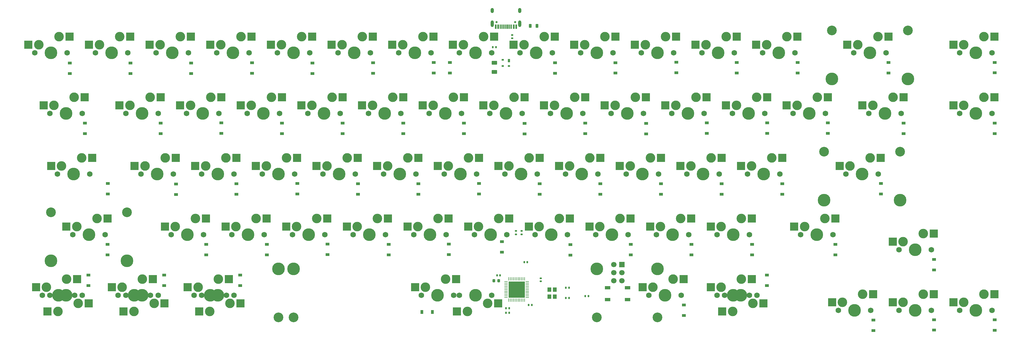
<source format=gbs>
%TF.GenerationSoftware,KiCad,Pcbnew,(6.0.10)*%
%TF.CreationDate,2023-05-22T00:42:52-07:00*%
%TF.ProjectId,LFK2,4c464b32-2e6b-4696-9361-645f70636258,rev?*%
%TF.SameCoordinates,Original*%
%TF.FileFunction,Soldermask,Bot*%
%TF.FilePolarity,Negative*%
%FSLAX46Y46*%
G04 Gerber Fmt 4.6, Leading zero omitted, Abs format (unit mm)*
G04 Created by KiCad (PCBNEW (6.0.10)) date 2023-05-22 00:42:52*
%MOMM*%
%LPD*%
G01*
G04 APERTURE LIST*
G04 Aperture macros list*
%AMRoundRect*
0 Rectangle with rounded corners*
0 $1 Rounding radius*
0 $2 $3 $4 $5 $6 $7 $8 $9 X,Y pos of 4 corners*
0 Add a 4 corners polygon primitive as box body*
4,1,4,$2,$3,$4,$5,$6,$7,$8,$9,$2,$3,0*
0 Add four circle primitives for the rounded corners*
1,1,$1+$1,$2,$3*
1,1,$1+$1,$4,$5*
1,1,$1+$1,$6,$7*
1,1,$1+$1,$8,$9*
0 Add four rect primitives between the rounded corners*
20,1,$1+$1,$2,$3,$4,$5,0*
20,1,$1+$1,$4,$5,$6,$7,0*
20,1,$1+$1,$6,$7,$8,$9,0*
20,1,$1+$1,$8,$9,$2,$3,0*%
G04 Aperture macros list end*
%ADD10C,3.000000*%
%ADD11C,3.987800*%
%ADD12C,1.750000*%
%ADD13R,2.550000X2.500000*%
%ADD14C,3.048000*%
%ADD15R,1.200000X0.900000*%
%ADD16RoundRect,0.140000X-0.140000X-0.170000X0.140000X-0.170000X0.140000X0.170000X-0.140000X0.170000X0*%
%ADD17RoundRect,0.140000X0.140000X0.170000X-0.140000X0.170000X-0.140000X-0.170000X0.140000X-0.170000X0*%
%ADD18C,1.700000*%
%ADD19R,1.700000X1.700000*%
%ADD20R,0.700000X1.000000*%
%ADD21R,0.700000X0.600000*%
%ADD22RoundRect,0.135000X-0.185000X0.135000X-0.185000X-0.135000X0.185000X-0.135000X0.185000X0.135000X0*%
%ADD23RoundRect,0.225000X0.225000X0.250000X-0.225000X0.250000X-0.225000X-0.250000X0.225000X-0.250000X0*%
%ADD24RoundRect,0.135000X0.135000X0.185000X-0.135000X0.185000X-0.135000X-0.185000X0.135000X-0.185000X0*%
%ADD25RoundRect,0.218750X0.218750X0.381250X-0.218750X0.381250X-0.218750X-0.381250X0.218750X-0.381250X0*%
%ADD26R,1.800000X1.100000*%
%ADD27RoundRect,0.250000X-0.625000X0.375000X-0.625000X-0.375000X0.625000X-0.375000X0.625000X0.375000X0*%
%ADD28RoundRect,0.140000X-0.170000X0.140000X-0.170000X-0.140000X0.170000X-0.140000X0.170000X0.140000X0*%
%ADD29R,1.200000X1.400000*%
%ADD30RoundRect,0.135000X-0.135000X-0.185000X0.135000X-0.185000X0.135000X0.185000X-0.135000X0.185000X0*%
%ADD31C,0.650000*%
%ADD32R,0.600000X1.450000*%
%ADD33R,0.300000X1.450000*%
%ADD34O,1.000000X1.600000*%
%ADD35O,1.000000X2.100000*%
%ADD36RoundRect,0.062500X-0.062500X0.475000X-0.062500X-0.475000X0.062500X-0.475000X0.062500X0.475000X0*%
%ADD37RoundRect,0.062500X-0.475000X0.062500X-0.475000X-0.062500X0.475000X-0.062500X0.475000X0.062500X0*%
%ADD38R,5.200000X5.200000*%
%ADD39R,0.900000X1.200000*%
G04 APERTURE END LIST*
D10*
X91122500Y-138430000D03*
D11*
X93662500Y-133350000D03*
D10*
X97472500Y-135890000D03*
D12*
X98742500Y-133350000D03*
X88582500Y-133350000D03*
D13*
X100747500Y-135890000D03*
X87820500Y-138430000D03*
D12*
X260667500Y-57150000D03*
D11*
X255587500Y-57150000D03*
D10*
X251777500Y-54610000D03*
D12*
X250507500Y-57150000D03*
D10*
X258127500Y-52070000D03*
D13*
X248502500Y-54610000D03*
X261429500Y-52070000D03*
D12*
X232092500Y-76200000D03*
X221932500Y-76200000D03*
D10*
X223202500Y-73660000D03*
D11*
X227012500Y-76200000D03*
D10*
X229552500Y-71120000D03*
D13*
X219927500Y-73660000D03*
X232854500Y-71120000D03*
D10*
X74771250Y-90170000D03*
D12*
X67151250Y-95250000D03*
D11*
X72231250Y-95250000D03*
D10*
X68421250Y-92710000D03*
D12*
X77311250Y-95250000D03*
D13*
X65146250Y-92710000D03*
X78073250Y-90170000D03*
D10*
X260508750Y-128270000D03*
X254158750Y-130810000D03*
D11*
X257968750Y-133350000D03*
D12*
X263048750Y-133350000D03*
X252888750Y-133350000D03*
D13*
X250883750Y-130810000D03*
X263810750Y-128270000D03*
D12*
X308292500Y-76200000D03*
D10*
X305752500Y-71120000D03*
X299402500Y-73660000D03*
D12*
X298132500Y-76200000D03*
D11*
X303212500Y-76200000D03*
D13*
X296127500Y-73660000D03*
X309054500Y-71120000D03*
D10*
X117633750Y-128270000D03*
D11*
X115093750Y-133350000D03*
D10*
X111283750Y-130810000D03*
D12*
X110013750Y-133350000D03*
X120173750Y-133350000D03*
D13*
X108008750Y-130810000D03*
X120935750Y-128270000D03*
D10*
X247015000Y-92710000D03*
X253365000Y-90170000D03*
D11*
X250825000Y-95250000D03*
D12*
X245745000Y-95250000D03*
X255905000Y-95250000D03*
D13*
X243740000Y-92710000D03*
X256667000Y-90170000D03*
D11*
X165100000Y-114300000D03*
D12*
X160020000Y-114300000D03*
D10*
X167640000Y-109220000D03*
X161290000Y-111760000D03*
D12*
X170180000Y-114300000D03*
D13*
X158015000Y-111760000D03*
X170942000Y-109220000D03*
D12*
X151130000Y-114300000D03*
X140970000Y-114300000D03*
D10*
X148590000Y-109220000D03*
D11*
X146050000Y-114300000D03*
D10*
X142240000Y-111760000D03*
D13*
X138965000Y-111760000D03*
X151892000Y-109220000D03*
D10*
X215265000Y-90170000D03*
D11*
X212725000Y-95250000D03*
D10*
X208915000Y-92710000D03*
D12*
X217805000Y-95250000D03*
X207645000Y-95250000D03*
D13*
X205640000Y-92710000D03*
X218567000Y-90170000D03*
D11*
X91281250Y-133350000D03*
D12*
X96361250Y-133350000D03*
D10*
X87471250Y-130810000D03*
X93821250Y-128270000D03*
D12*
X86201250Y-133350000D03*
D13*
X84196250Y-130810000D03*
X97123250Y-128270000D03*
D12*
X284480000Y-114300000D03*
D10*
X275590000Y-111760000D03*
X281940000Y-109220000D03*
D11*
X279400000Y-114300000D03*
D12*
X274320000Y-114300000D03*
D13*
X272315000Y-111760000D03*
X285242000Y-109220000D03*
D10*
X313690000Y-135572500D03*
D12*
X312420000Y-138112500D03*
X322580000Y-138112500D03*
D10*
X320040000Y-133032500D03*
D11*
X317500000Y-138112500D03*
D13*
X310415000Y-135572500D03*
X323342000Y-133032500D03*
D10*
X108902500Y-73660000D03*
D12*
X117792500Y-76200000D03*
D10*
X115252500Y-71120000D03*
D11*
X112712500Y-76200000D03*
D12*
X107632500Y-76200000D03*
D13*
X105627500Y-73660000D03*
X118554500Y-71120000D03*
D12*
X122555000Y-95250000D03*
X112395000Y-95250000D03*
D11*
X117475000Y-95250000D03*
D10*
X120015000Y-90170000D03*
X113665000Y-92710000D03*
D13*
X110390000Y-92710000D03*
X123317000Y-90170000D03*
D10*
X70008750Y-128270000D03*
D12*
X72548750Y-133350000D03*
D10*
X63658750Y-130810000D03*
D11*
X67468750Y-133350000D03*
D12*
X62388750Y-133350000D03*
D13*
X60383750Y-130810000D03*
X73310750Y-128270000D03*
D12*
X236855000Y-95250000D03*
X226695000Y-95250000D03*
D10*
X234315000Y-90170000D03*
X227965000Y-92710000D03*
D11*
X231775000Y-95250000D03*
D13*
X224690000Y-92710000D03*
X237617000Y-90170000D03*
D12*
X74930000Y-76200000D03*
D10*
X66040000Y-73660000D03*
D12*
X64770000Y-76200000D03*
D11*
X69850000Y-76200000D03*
D10*
X72390000Y-71120000D03*
D13*
X62765000Y-73660000D03*
X75692000Y-71120000D03*
D10*
X194627500Y-54610000D03*
X200977500Y-52070000D03*
D12*
X193357500Y-57150000D03*
D11*
X198437500Y-57150000D03*
D12*
X203517500Y-57150000D03*
D13*
X191352500Y-54610000D03*
X204279500Y-52070000D03*
D11*
X274637500Y-57150000D03*
D12*
X279717500Y-57150000D03*
D10*
X270827500Y-54610000D03*
D12*
X269557500Y-57150000D03*
D10*
X277177500Y-52070000D03*
D13*
X267552500Y-54610000D03*
X280479500Y-52070000D03*
D10*
X166052500Y-73660000D03*
D12*
X174942500Y-76200000D03*
D11*
X169862500Y-76200000D03*
D12*
X164782500Y-76200000D03*
D10*
X172402500Y-71120000D03*
D13*
X162777500Y-73660000D03*
X175704500Y-71120000D03*
D10*
X127952500Y-73660000D03*
D12*
X126682500Y-76200000D03*
X136842500Y-76200000D03*
D10*
X134302500Y-71120000D03*
D11*
X131762500Y-76200000D03*
D13*
X124677500Y-73660000D03*
X137604500Y-71120000D03*
D10*
X224790000Y-109220000D03*
X218440000Y-111760000D03*
D11*
X222250000Y-114300000D03*
D12*
X217170000Y-114300000D03*
X227330000Y-114300000D03*
D13*
X215165000Y-111760000D03*
X228092000Y-109220000D03*
D12*
X98107500Y-57150000D03*
D11*
X103187500Y-57150000D03*
D10*
X99377500Y-54610000D03*
X105727500Y-52070000D03*
D12*
X108267500Y-57150000D03*
D13*
X96102500Y-54610000D03*
X109029500Y-52070000D03*
D12*
X179705000Y-95250000D03*
D10*
X177165000Y-90170000D03*
D11*
X174625000Y-95250000D03*
D10*
X170815000Y-92710000D03*
D12*
X169545000Y-95250000D03*
D13*
X167540000Y-92710000D03*
X180467000Y-90170000D03*
D11*
X336550000Y-138112500D03*
D12*
X341630000Y-138112500D03*
D10*
X339090000Y-133032500D03*
D12*
X331470000Y-138112500D03*
D10*
X332740000Y-135572500D03*
D13*
X329465000Y-135572500D03*
X342392000Y-133032500D03*
X342392000Y-113973915D03*
X329465000Y-116513915D03*
D12*
X341630000Y-119053915D03*
X331470000Y-119053915D03*
D11*
X336550000Y-119053915D03*
D10*
X332740000Y-116513915D03*
X339090000Y-113973915D03*
D11*
X117475000Y-133350000D03*
D10*
X121285000Y-135890000D03*
D12*
X112395000Y-133350000D03*
D10*
X114935000Y-138430000D03*
D12*
X122555000Y-133350000D03*
D13*
X124560000Y-135890000D03*
X111633000Y-138430000D03*
D10*
X358140000Y-52070000D03*
D12*
X360680000Y-57150000D03*
D11*
X355600000Y-57150000D03*
D12*
X350520000Y-57150000D03*
D10*
X351790000Y-54610000D03*
D13*
X348515000Y-54610000D03*
X361442000Y-52070000D03*
D10*
X323215000Y-73660000D03*
D11*
X327025000Y-76200000D03*
D12*
X332105000Y-76200000D03*
X321945000Y-76200000D03*
D10*
X329565000Y-71120000D03*
D13*
X319940000Y-73660000D03*
X332867000Y-71120000D03*
D10*
X351790000Y-135572500D03*
X358140000Y-133032500D03*
D12*
X360680000Y-138112500D03*
D11*
X355600000Y-138112500D03*
D12*
X350520000Y-138112500D03*
D13*
X348515000Y-135572500D03*
X361442000Y-133032500D03*
D10*
X266065000Y-92710000D03*
D12*
X264795000Y-95250000D03*
D10*
X272415000Y-90170000D03*
D11*
X269875000Y-95250000D03*
D12*
X274955000Y-95250000D03*
D13*
X262790000Y-92710000D03*
X275717000Y-90170000D03*
D10*
X73660000Y-135890000D03*
D12*
X74930000Y-133350000D03*
D11*
X69850000Y-133350000D03*
D12*
X64770000Y-133350000D03*
D10*
X67310000Y-138430000D03*
D13*
X76935000Y-135890000D03*
X64008000Y-138430000D03*
D10*
X280352500Y-73660000D03*
D12*
X289242500Y-76200000D03*
D11*
X284162500Y-76200000D03*
D12*
X279082500Y-76200000D03*
D10*
X286702500Y-71120000D03*
D13*
X277077500Y-73660000D03*
X290004500Y-71120000D03*
D12*
X251142500Y-76200000D03*
X240982500Y-76200000D03*
D10*
X242252500Y-73660000D03*
X248602500Y-71120000D03*
D11*
X246062500Y-76200000D03*
D13*
X238977500Y-73660000D03*
X251904500Y-71120000D03*
D10*
X324802500Y-52070000D03*
D11*
X334200500Y-65405000D03*
D14*
X334200500Y-50165000D03*
D10*
X318452500Y-54610000D03*
D12*
X317182500Y-57150000D03*
D14*
X310324500Y-50165000D03*
D11*
X322262500Y-57150000D03*
D12*
X327342500Y-57150000D03*
D11*
X310324500Y-65405000D03*
D13*
X315177500Y-54610000D03*
X328104500Y-52070000D03*
D10*
X175577500Y-54610000D03*
D12*
X174307500Y-57150000D03*
D10*
X181927500Y-52070000D03*
D12*
X184467500Y-57150000D03*
D11*
X179387500Y-57150000D03*
D13*
X172302500Y-54610000D03*
X185229500Y-52070000D03*
D10*
X100965000Y-90170000D03*
X94615000Y-92710000D03*
D11*
X98425000Y-95250000D03*
D12*
X93345000Y-95250000D03*
X103505000Y-95250000D03*
D13*
X91340000Y-92710000D03*
X104267000Y-90170000D03*
D12*
X136207500Y-57150000D03*
D11*
X141287500Y-57150000D03*
D12*
X146367500Y-57150000D03*
D10*
X137477500Y-54610000D03*
X143827500Y-52070000D03*
D13*
X134202500Y-54610000D03*
X147129500Y-52070000D03*
D11*
X107950000Y-114300000D03*
D10*
X110490000Y-109220000D03*
X104140000Y-111760000D03*
D12*
X102870000Y-114300000D03*
X113030000Y-114300000D03*
D13*
X100865000Y-111760000D03*
X113792000Y-109220000D03*
D10*
X67627500Y-52070000D03*
D11*
X65087500Y-57150000D03*
D12*
X60007500Y-57150000D03*
X70167500Y-57150000D03*
D10*
X61277500Y-54610000D03*
D13*
X58002500Y-54610000D03*
X70929500Y-52070000D03*
D10*
X153352500Y-71120000D03*
X147002500Y-73660000D03*
D12*
X155892500Y-76200000D03*
X145732500Y-76200000D03*
D11*
X150812500Y-76200000D03*
D13*
X143727500Y-73660000D03*
X156654500Y-71120000D03*
D12*
X212407500Y-57150000D03*
D11*
X217487500Y-57150000D03*
D10*
X220027500Y-52070000D03*
X213677500Y-54610000D03*
D12*
X222567500Y-57150000D03*
D13*
X210402500Y-54610000D03*
X223329500Y-52070000D03*
D11*
X184150000Y-114300000D03*
D10*
X186690000Y-109220000D03*
D12*
X189230000Y-114300000D03*
X179070000Y-114300000D03*
D10*
X180340000Y-111760000D03*
D13*
X177065000Y-111760000D03*
X189992000Y-109220000D03*
D12*
X310673750Y-114300000D03*
D11*
X305593750Y-114300000D03*
D10*
X308133750Y-109220000D03*
D12*
X300513750Y-114300000D03*
D10*
X301783750Y-111760000D03*
D13*
X298508750Y-111760000D03*
X311435750Y-109220000D03*
X275921497Y-138430000D03*
X288848497Y-135890000D03*
D12*
X286843497Y-133350000D03*
D10*
X279223497Y-138430000D03*
X285573497Y-135890000D03*
D12*
X276683497Y-133350000D03*
D11*
X281763497Y-133350000D03*
X186531250Y-133350000D03*
D12*
X191611250Y-133350000D03*
D10*
X182721250Y-130810000D03*
X189071250Y-128270000D03*
D11*
X136531350Y-125095000D03*
D12*
X181451250Y-133350000D03*
D14*
X236531150Y-140335000D03*
X136531350Y-140335000D03*
D11*
X236531150Y-125095000D03*
D13*
X179446250Y-130810000D03*
X192373250Y-128270000D03*
D10*
X232727500Y-54610000D03*
X239077500Y-52070000D03*
D11*
X236537500Y-57150000D03*
D12*
X231457500Y-57150000D03*
X241617500Y-57150000D03*
D13*
X229452500Y-54610000D03*
X242379500Y-52070000D03*
D10*
X204152500Y-73660000D03*
D12*
X213042500Y-76200000D03*
X202882500Y-76200000D03*
D10*
X210502500Y-71120000D03*
D11*
X207962500Y-76200000D03*
D13*
X200877500Y-73660000D03*
X213804500Y-71120000D03*
D12*
X98742500Y-76200000D03*
D10*
X96202500Y-71120000D03*
D11*
X93662500Y-76200000D03*
D10*
X89852500Y-73660000D03*
D12*
X88582500Y-76200000D03*
D13*
X86577500Y-73660000D03*
X99504500Y-71120000D03*
D12*
X265430000Y-114300000D03*
D10*
X256540000Y-111760000D03*
D12*
X255270000Y-114300000D03*
D11*
X260350000Y-114300000D03*
D10*
X262890000Y-109220000D03*
D13*
X253265000Y-111760000D03*
X266192000Y-109220000D03*
D12*
X193357500Y-133350000D03*
D11*
X198437500Y-133350000D03*
D14*
X255587500Y-140335000D03*
D11*
X141287500Y-125095000D03*
X255587500Y-125095000D03*
D12*
X203517500Y-133350000D03*
D10*
X195897500Y-138430000D03*
X202247500Y-135890000D03*
D14*
X141287500Y-140335000D03*
D13*
X205522500Y-135890000D03*
X192595500Y-138430000D03*
D12*
X298767500Y-57150000D03*
X288607500Y-57150000D03*
D11*
X293687500Y-57150000D03*
D10*
X289877500Y-54610000D03*
X296227500Y-52070000D03*
D13*
X286602500Y-54610000D03*
X299529500Y-52070000D03*
D10*
X123190000Y-111760000D03*
D12*
X121920000Y-114300000D03*
D11*
X127000000Y-114300000D03*
D12*
X132080000Y-114300000D03*
D10*
X129540000Y-109220000D03*
D13*
X119915000Y-111760000D03*
X132842000Y-109220000D03*
D10*
X158115000Y-90170000D03*
D12*
X160655000Y-95250000D03*
D11*
X155575000Y-95250000D03*
D10*
X151765000Y-92710000D03*
D12*
X150495000Y-95250000D03*
D13*
X148490000Y-92710000D03*
X161417000Y-90170000D03*
D12*
X198120000Y-114300000D03*
D11*
X203200000Y-114300000D03*
D10*
X205740000Y-109220000D03*
X199390000Y-111760000D03*
D12*
X208280000Y-114300000D03*
D13*
X196115000Y-111760000D03*
X209042000Y-109220000D03*
D12*
X198755000Y-95250000D03*
D10*
X189865000Y-92710000D03*
D11*
X193675000Y-95250000D03*
D12*
X188595000Y-95250000D03*
D10*
X196215000Y-90170000D03*
D13*
X186590000Y-92710000D03*
X199517000Y-90170000D03*
D14*
X331819250Y-88265000D03*
D12*
X314801250Y-95250000D03*
D11*
X319881250Y-95250000D03*
X307943250Y-103505000D03*
X331819250Y-103505000D03*
D14*
X307943250Y-88265000D03*
D12*
X324961250Y-95250000D03*
D10*
X316071250Y-92710000D03*
X322421250Y-90170000D03*
D13*
X312796250Y-92710000D03*
X325723250Y-90170000D03*
D11*
X136525000Y-95250000D03*
D10*
X139065000Y-90170000D03*
X132715000Y-92710000D03*
D12*
X141605000Y-95250000D03*
X131445000Y-95250000D03*
D13*
X129440000Y-92710000D03*
X142367000Y-90170000D03*
D11*
X288925000Y-95250000D03*
D10*
X291465000Y-90170000D03*
D12*
X294005000Y-95250000D03*
X283845000Y-95250000D03*
D10*
X285115000Y-92710000D03*
D13*
X281840000Y-92710000D03*
X294767000Y-90170000D03*
D12*
X274320000Y-133350000D03*
X284480000Y-133350000D03*
D10*
X281940000Y-128270000D03*
X275590000Y-130810000D03*
D11*
X279400000Y-133350000D03*
D13*
X272315000Y-130810000D03*
X285242000Y-128270000D03*
D11*
X265112500Y-76200000D03*
D10*
X267652500Y-71120000D03*
X261302500Y-73660000D03*
D12*
X270192500Y-76200000D03*
X260032500Y-76200000D03*
D13*
X258027500Y-73660000D03*
X270954500Y-71120000D03*
D10*
X185102500Y-73660000D03*
D12*
X183832500Y-76200000D03*
D10*
X191452500Y-71120000D03*
D12*
X193992500Y-76200000D03*
D11*
X188912500Y-76200000D03*
D13*
X181827500Y-73660000D03*
X194754500Y-71120000D03*
D11*
X122237500Y-57150000D03*
D10*
X124777500Y-52070000D03*
X118427500Y-54610000D03*
D12*
X117157500Y-57150000D03*
X127317500Y-57150000D03*
D13*
X115152500Y-54610000D03*
X128079500Y-52070000D03*
D11*
X160337500Y-57150000D03*
D12*
X165417500Y-57150000D03*
D10*
X162877500Y-52070000D03*
D12*
X155257500Y-57150000D03*
D10*
X156527500Y-54610000D03*
D13*
X153252500Y-54610000D03*
X166179500Y-52070000D03*
D10*
X86677500Y-52070000D03*
X80327500Y-54610000D03*
D12*
X79057500Y-57150000D03*
X89217500Y-57150000D03*
D11*
X84137500Y-57150000D03*
D13*
X77052500Y-54610000D03*
X89979500Y-52070000D03*
D10*
X351790000Y-73660000D03*
D11*
X355600000Y-76200000D03*
D12*
X350520000Y-76200000D03*
X360680000Y-76200000D03*
D10*
X358140000Y-71120000D03*
D13*
X348515000Y-73660000D03*
X361442000Y-71120000D03*
D12*
X246380000Y-114300000D03*
X236220000Y-114300000D03*
D10*
X237490000Y-111760000D03*
D11*
X241300000Y-114300000D03*
D10*
X243840000Y-109220000D03*
D13*
X234215000Y-111760000D03*
X247142000Y-109220000D03*
D12*
X71913750Y-114300000D03*
D14*
X65055750Y-107315000D03*
D11*
X76993750Y-114300000D03*
D10*
X73183750Y-111760000D03*
D14*
X88931750Y-107315000D03*
D10*
X79533750Y-109220000D03*
D11*
X65055750Y-122555000D03*
X88931750Y-122555000D03*
D12*
X82073750Y-114300000D03*
D13*
X69908750Y-111760000D03*
X82835750Y-109220000D03*
D15*
X263896220Y-139739590D03*
X263896220Y-136439590D03*
D16*
X213735535Y-122915772D03*
X214695535Y-122915772D03*
D15*
X124475000Y-130350000D03*
X124475000Y-127050000D03*
X137635040Y-82519921D03*
X137635040Y-79219921D03*
X99565183Y-82518709D03*
X99565183Y-79218709D03*
X275762226Y-101565732D03*
X275762226Y-98265732D03*
D17*
X206154733Y-127060984D03*
X205194733Y-127060984D03*
D15*
X261496938Y-63425118D03*
X261496938Y-60125118D03*
X309119393Y-82485757D03*
X309119393Y-79185757D03*
X342435512Y-125384952D03*
X342435512Y-122084952D03*
X190042796Y-120610931D03*
X190042796Y-117310931D03*
X206768750Y-119839433D03*
X206768750Y-116539433D03*
X213829592Y-82625706D03*
X213829592Y-79325706D03*
X294803937Y-101578797D03*
X294803937Y-98278797D03*
X361475912Y-82549546D03*
X361475912Y-79249546D03*
X266240103Y-120648038D03*
X266240103Y-117348038D03*
D18*
X241874731Y-128746250D03*
X244414731Y-128746250D03*
X241874731Y-126206250D03*
X244414731Y-126206250D03*
X241874731Y-123666250D03*
D19*
X244414731Y-123666250D03*
D15*
X90093750Y-63662500D03*
X90093750Y-60362500D03*
X185322604Y-63502895D03*
X185322604Y-60202895D03*
D16*
X226806865Y-131016825D03*
X227766865Y-131016825D03*
D20*
X208962500Y-59575000D03*
D21*
X208962500Y-61275000D03*
X206962500Y-61275000D03*
X206962500Y-59375000D03*
D15*
X237655378Y-101601434D03*
X237655378Y-98301434D03*
X82867591Y-120622553D03*
X82867591Y-117322553D03*
X251982936Y-82646221D03*
X251982936Y-79346221D03*
X109143750Y-63662500D03*
X109143750Y-60362500D03*
X113830769Y-120680899D03*
X113830769Y-117380899D03*
X118565736Y-82501915D03*
X118565736Y-79201915D03*
X218605573Y-101601043D03*
X218605573Y-98301043D03*
X171133465Y-120688120D03*
X171133465Y-117388120D03*
D22*
X211148479Y-113161698D03*
X211148479Y-114181698D03*
D15*
X311500508Y-120660917D03*
X311500508Y-117360917D03*
X71037500Y-63650000D03*
X71037500Y-60350000D03*
X147243750Y-63712500D03*
X147243750Y-60412500D03*
D23*
X205737191Y-128809371D03*
X204187191Y-128809371D03*
D24*
X204898440Y-55358810D03*
X203878440Y-55358810D03*
D25*
X217732332Y-48716659D03*
X215607332Y-48716659D03*
D15*
X75752308Y-82594908D03*
X75752308Y-79294908D03*
X361480191Y-63464210D03*
X361480191Y-60164210D03*
X161482546Y-101606480D03*
X161482546Y-98306480D03*
D24*
X209001745Y-137427197D03*
X207981745Y-137427197D03*
D26*
X239948410Y-134710074D03*
X246148410Y-134710074D03*
X239948410Y-131010074D03*
X246148410Y-131010074D03*
D27*
X204356967Y-60331928D03*
X204356967Y-63131928D03*
D15*
X151937360Y-120609126D03*
X151937360Y-117309126D03*
D28*
X218877419Y-128008811D03*
X218877419Y-128968811D03*
D29*
X221657984Y-133755317D03*
X221657984Y-131555317D03*
X223357984Y-131555317D03*
X223357984Y-133755317D03*
D15*
X100651926Y-130348928D03*
X100651926Y-127048928D03*
X228197588Y-120709086D03*
X228197588Y-117409086D03*
X199527272Y-101539145D03*
X199527272Y-98239145D03*
D30*
X232893793Y-133646922D03*
X233913793Y-133646922D03*
D15*
X82920289Y-101562833D03*
X82920289Y-98262833D03*
D16*
X215147940Y-136435975D03*
X216107940Y-136435975D03*
D15*
X361489544Y-144374562D03*
X361489544Y-141074562D03*
X342460371Y-144320807D03*
X342460371Y-141020807D03*
X132892080Y-120651238D03*
X132892080Y-117351238D03*
X299621537Y-63515858D03*
X299621537Y-60215858D03*
X285294428Y-120653962D03*
X285294428Y-117353962D03*
X332920697Y-82553627D03*
X332920697Y-79253627D03*
X104326708Y-101653683D03*
X104326708Y-98353683D03*
X180509065Y-101614167D03*
X180509065Y-98314167D03*
D22*
X209935378Y-51583853D03*
X209935378Y-52603853D03*
D15*
X290059887Y-82508139D03*
X290059887Y-79208139D03*
X242393750Y-63548508D03*
X242393750Y-60248508D03*
X289976169Y-130272601D03*
X289976169Y-126972601D03*
X328144363Y-63490206D03*
X328144363Y-60190206D03*
X325762185Y-101540773D03*
X325762185Y-98240773D03*
X323397500Y-144417084D03*
X323397500Y-141117084D03*
D31*
X210852500Y-47525000D03*
X205072500Y-47525000D03*
D32*
X204737500Y-48970000D03*
X205512500Y-48970000D03*
D33*
X206212500Y-48970000D03*
X206712500Y-48970000D03*
X207212500Y-48970000D03*
X207712500Y-48970000D03*
X208212500Y-48970000D03*
X208712500Y-48970000D03*
X209212500Y-48970000D03*
X209712500Y-48970000D03*
D32*
X210412500Y-48970000D03*
X211187500Y-48970000D03*
D34*
X203642500Y-43875000D03*
D35*
X203642500Y-48055000D03*
X212282500Y-48055000D03*
D34*
X212282500Y-43875000D03*
D36*
X208853361Y-128212242D03*
X209353361Y-128212242D03*
X209853361Y-128212242D03*
X210353361Y-128212242D03*
X210853361Y-128212242D03*
X211353361Y-128212242D03*
X211853361Y-128212242D03*
X212353361Y-128212242D03*
X212853361Y-128212242D03*
X213353361Y-128212242D03*
X213853361Y-128212242D03*
D37*
X214690861Y-129049742D03*
X214690861Y-129549742D03*
X214690861Y-130049742D03*
X214690861Y-130549742D03*
X214690861Y-131049742D03*
X214690861Y-131549742D03*
X214690861Y-132049742D03*
X214690861Y-132549742D03*
X214690861Y-133049742D03*
X214690861Y-133549742D03*
X214690861Y-134049742D03*
D36*
X213853361Y-134887242D03*
X213353361Y-134887242D03*
X212853361Y-134887242D03*
X212353361Y-134887242D03*
X211853361Y-134887242D03*
X211353361Y-134887242D03*
X210853361Y-134887242D03*
X210353361Y-134887242D03*
X209853361Y-134887242D03*
X209353361Y-134887242D03*
X208853361Y-134887242D03*
D37*
X208015861Y-134049742D03*
X208015861Y-133549742D03*
X208015861Y-133049742D03*
X208015861Y-132549742D03*
X208015861Y-132049742D03*
X208015861Y-131549742D03*
X208015861Y-131049742D03*
X208015861Y-130549742D03*
X208015861Y-130049742D03*
X208015861Y-129549742D03*
X208015861Y-129049742D03*
D38*
X211353361Y-131549742D03*
D39*
X184849850Y-138641446D03*
X181549850Y-138641446D03*
D15*
X156689261Y-82543578D03*
X156689261Y-79243578D03*
D16*
X226806865Y-134191825D03*
X227766865Y-134191825D03*
D15*
X190405396Y-63476963D03*
X190405396Y-60176963D03*
X232904074Y-82532383D03*
X232904074Y-79232383D03*
D22*
X212940522Y-113161097D03*
X212940522Y-114181097D03*
D15*
X271035605Y-82475849D03*
X271035605Y-79175849D03*
X142439817Y-101523749D03*
X142439817Y-98223749D03*
X247166863Y-120621909D03*
X247166863Y-117321909D03*
X128237500Y-63562500D03*
X128237500Y-60262500D03*
D16*
X208018595Y-138847966D03*
X208978595Y-138847966D03*
D15*
X76850000Y-130342934D03*
X76850000Y-127042934D03*
X256705378Y-101631290D03*
X256705378Y-98331290D03*
X223437500Y-63562500D03*
X223437500Y-60262500D03*
X175743242Y-82543963D03*
X175743242Y-79243963D03*
X280510254Y-63530872D03*
X280510254Y-60230872D03*
X123353982Y-101594891D03*
X123353982Y-98294891D03*
X194764424Y-82521863D03*
X194764424Y-79221863D03*
X166293750Y-63562500D03*
X166293750Y-60262500D03*
M02*

</source>
